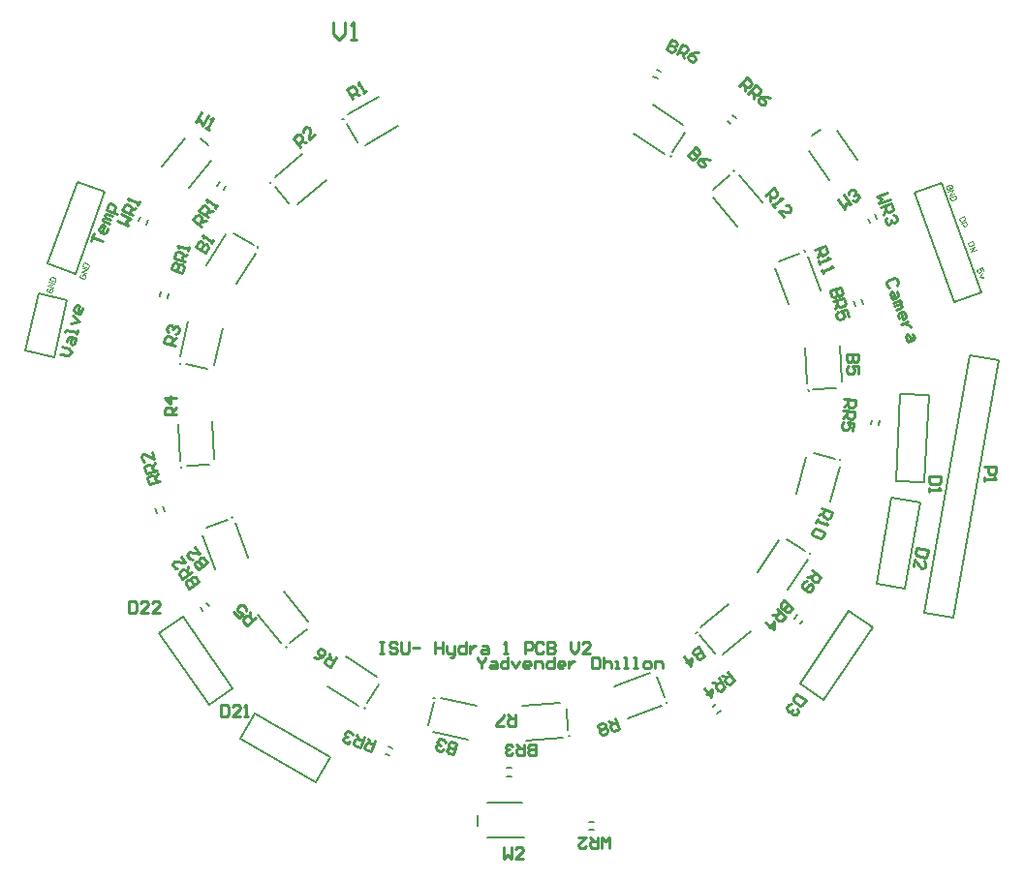
<source format=gto>
G04 Layer_Color=65535*
%FSLAX44Y44*%
%MOMM*%
G71*
G01*
G75*
%ADD10C,0.2540*%
%ADD75C,0.2000*%
%ADD76C,0.1000*%
D10*
X-154325Y337148D02*
Y326991D01*
X-149247Y321913D01*
X-144168Y326991D01*
Y337148D01*
X-139090Y321913D02*
X-134012D01*
X-136551D01*
Y337148D01*
X-139090Y334609D01*
X-274888Y141040D02*
X-266411Y135743D01*
X-263762Y139982D01*
X-264292Y142278D01*
X-265705Y143161D01*
X-268001Y142631D01*
X-270649Y138392D01*
X-268001Y142631D01*
X-268531Y144926D01*
X-269944Y145809D01*
X-272239Y145279D01*
X-274888Y141040D01*
X-261113Y144221D02*
X-259347Y147047D01*
X-260230Y145634D01*
X-268708Y150931D01*
X-268178Y148635D01*
X-272397Y-141126D02*
X-264629Y-134835D01*
X-267774Y-130950D01*
X-270117Y-130704D01*
X-271412Y-131753D01*
X-271659Y-134096D01*
X-268513Y-137980D01*
X-271659Y-134096D01*
X-274002Y-133850D01*
X-275297Y-134898D01*
X-275543Y-137242D01*
X-272397Y-141126D01*
X-275114Y-121887D02*
X-270920Y-127066D01*
X-280293Y-126081D01*
X-281588Y-127129D01*
X-281834Y-129473D01*
X-279737Y-132062D01*
X-277394Y-132309D01*
X-49048Y-302999D02*
X-46461Y-293343D01*
X-51289Y-292049D01*
X-53330Y-293227D01*
X-53761Y-294837D01*
X-52583Y-296877D01*
X-47755Y-298171D01*
X-52583Y-296877D01*
X-54623Y-298055D01*
X-55054Y-299665D01*
X-53876Y-301705D01*
X-49048Y-302999D01*
X-58273Y-298802D02*
X-60314Y-299981D01*
X-63533Y-299118D01*
X-64711Y-297078D01*
X-64279Y-295468D01*
X-62239Y-294290D01*
X-60630Y-294721D01*
X-62239Y-294290D01*
X-63417Y-292249D01*
X-62986Y-290640D01*
X-60945Y-289462D01*
X-57726Y-290324D01*
X-56548Y-292365D01*
X170179Y-216787D02*
X164445Y-208599D01*
X160350Y-211465D01*
X159941Y-213786D01*
X160897Y-215151D01*
X163217Y-215560D01*
X167312Y-212693D01*
X163217Y-215560D01*
X162808Y-217880D01*
X163764Y-219245D01*
X166084Y-219654D01*
X170179Y-216787D01*
X152161Y-217199D02*
X157895Y-225388D01*
X159123Y-218427D01*
X153664Y-222250D01*
X304327Y46617D02*
X294331D01*
Y41619D01*
X295997Y39953D01*
X297663D01*
X299329Y41619D01*
Y46617D01*
Y41619D01*
X300995Y39953D01*
X302661D01*
X304327Y41619D01*
Y46617D01*
Y29956D02*
Y36621D01*
X299329D01*
X300995Y33288D01*
Y31622D01*
X299329Y29956D01*
X295997D01*
X294331Y31622D01*
Y34955D01*
X295997Y36621D01*
X162022Y228283D02*
X155596Y220625D01*
X159425Y217412D01*
X161772Y217617D01*
X162843Y218894D01*
X162638Y221241D01*
X158809Y224454D01*
X162638Y221241D01*
X164985Y221446D01*
X166056Y222723D01*
X165851Y225070D01*
X162022Y228283D01*
X174785Y217573D02*
X171161Y218439D01*
X166467Y218028D01*
X164325Y215476D01*
X164530Y213128D01*
X167083Y210986D01*
X169430Y211192D01*
X170501Y212468D01*
X170296Y214815D01*
X166467Y218028D01*
X-295934Y121123D02*
X-286278Y118536D01*
X-284984Y123364D01*
X-286162Y125405D01*
X-287772Y125836D01*
X-289812Y124658D01*
X-291106Y119830D01*
X-289812Y124658D01*
X-290991Y126698D01*
X-292600Y127130D01*
X-294641Y125951D01*
X-295934Y121123D01*
X-283691Y128192D02*
X-293347Y130779D01*
X-292053Y135608D01*
X-290012Y136786D01*
X-286794Y135923D01*
X-285616Y133883D01*
X-286909Y129055D01*
X-286047Y132273D02*
X-281966Y134630D01*
X-281103Y137848D02*
X-280241Y141067D01*
X-280672Y139458D01*
X-290328Y142045D01*
X-289150Y140004D01*
X-280331Y-157552D02*
X-272142Y-151818D01*
X-275009Y-147724D01*
X-277329Y-147314D01*
X-278694Y-148270D01*
X-279103Y-150590D01*
X-276236Y-154685D01*
X-279103Y-150590D01*
X-281424Y-150181D01*
X-282789Y-151137D01*
X-283198Y-153457D01*
X-280331Y-157552D01*
X-277876Y-143629D02*
X-286065Y-149363D01*
X-288932Y-145269D01*
X-288523Y-142948D01*
X-285793Y-141037D01*
X-283472Y-141446D01*
X-280606Y-145540D01*
X-282517Y-142811D02*
X-281698Y-138170D01*
X-287432Y-129981D02*
X-283610Y-135440D01*
X-292892Y-133804D01*
X-294256Y-134759D01*
X-294666Y-137080D01*
X-292754Y-139809D01*
X-290434Y-140218D01*
X22630Y-303840D02*
Y-293843D01*
X17632D01*
X15965Y-295509D01*
Y-297175D01*
X17632Y-298841D01*
X22630D01*
X17632D01*
X15965Y-300508D01*
Y-302174D01*
X17632Y-303840D01*
X22630D01*
X12633Y-293843D02*
Y-303840D01*
X7635D01*
X5969Y-302174D01*
Y-298841D01*
X7635Y-297175D01*
X12633D01*
X9301D02*
X5969Y-293843D01*
X2636Y-302174D02*
X970Y-303840D01*
X-2362D01*
X-4028Y-302174D01*
Y-300508D01*
X-2362Y-298841D01*
X-696D01*
X-2362D01*
X-4028Y-297175D01*
Y-295509D01*
X-2362Y-293843D01*
X970D01*
X2636Y-295509D01*
X247291Y-174449D02*
X239633Y-168023D01*
X236420Y-171852D01*
X236625Y-174199D01*
X237902Y-175270D01*
X240249Y-175065D01*
X243462Y-171236D01*
X240249Y-175065D01*
X240454Y-177412D01*
X241731Y-178483D01*
X244078Y-178278D01*
X247291Y-174449D01*
X233207Y-175681D02*
X240865Y-182107D01*
X237652Y-185936D01*
X235305Y-186141D01*
X232752Y-183999D01*
X232547Y-181652D01*
X235760Y-177823D01*
X233618Y-180376D02*
X228923Y-180786D01*
X223568Y-187168D02*
X231227Y-193594D01*
X230610Y-186552D01*
X226327Y-191657D01*
X289275Y105461D02*
X279619Y102874D01*
X280913Y98046D01*
X282953Y96868D01*
X284563Y97299D01*
X285741Y99340D01*
X284447Y104168D01*
X285741Y99340D01*
X287781Y98161D01*
X289391Y98593D01*
X290569Y100633D01*
X289275Y105461D01*
X282206Y93218D02*
X291863Y95805D01*
X293156Y90977D01*
X291978Y88937D01*
X288759Y88074D01*
X286719Y89252D01*
X285425Y94080D01*
X286287Y90862D02*
X283931Y86780D01*
X296175Y79712D02*
X294450Y86149D01*
X289622Y84855D01*
X292094Y82068D01*
X292525Y80458D01*
X291347Y78418D01*
X288128Y77555D01*
X286087Y78734D01*
X285225Y81952D01*
X286403Y83993D01*
X140981Y322535D02*
X136756Y313475D01*
X141286Y311363D01*
X143500Y312169D01*
X144204Y313678D01*
X143399Y315893D01*
X138868Y318005D01*
X143399Y315893D01*
X145613Y316699D01*
X146317Y318209D01*
X145511Y320423D01*
X140981Y322535D01*
X145816Y309250D02*
X150041Y318310D01*
X154571Y316198D01*
X155377Y313984D01*
X153969Y310964D01*
X151755Y310158D01*
X147224Y312270D01*
X150245Y310862D02*
X151856Y306434D01*
X165141Y311269D02*
X161417Y311167D01*
X156989Y309555D01*
X155581Y306535D01*
X156386Y304321D01*
X159406Y302913D01*
X161621Y303719D01*
X162325Y305229D01*
X161519Y307443D01*
X156989Y309555D01*
X338286Y107464D02*
X339282Y109599D01*
X338142Y112730D01*
X336006Y113726D01*
X329744Y111447D01*
X328748Y109311D01*
X329888Y106180D01*
X332023Y105184D01*
X338429Y102197D02*
X339569Y99066D01*
X338573Y96930D01*
X333876Y95220D01*
X332167Y99917D01*
X333163Y102053D01*
X335298Y101057D01*
X337008Y96360D01*
X335016Y92089D02*
X341279Y94369D01*
X341849Y92803D01*
X340853Y90667D01*
X336156Y88958D01*
X340853Y90667D01*
X342988Y89672D01*
X341993Y87536D01*
X337296Y85827D01*
X340145Y77998D02*
X339005Y81130D01*
X340001Y83265D01*
X343132Y84405D01*
X345268Y83409D01*
X346407Y80278D01*
X345412Y78142D01*
X343846Y77572D01*
X341567Y83835D01*
X348117Y75581D02*
X341854Y73301D01*
X344986Y74441D01*
X347121Y73445D01*
X349257Y72449D01*
X349827Y70884D01*
X352106Y64621D02*
X353246Y61490D01*
X352250Y59355D01*
X347553Y57645D01*
X345843Y62342D01*
X346839Y64477D01*
X348975Y63481D01*
X350684Y58785D01*
X365359Y-124149D02*
X355514Y-122413D01*
X354646Y-127336D01*
X355998Y-129266D01*
X362561Y-130423D01*
X364491Y-129072D01*
X365359Y-124149D01*
X352621Y-138822D02*
X353778Y-132258D01*
X359184Y-139979D01*
X360825Y-140268D01*
X362755Y-138917D01*
X363334Y-135635D01*
X361982Y-133705D01*
X-332708Y-169163D02*
Y-179160D01*
X-327710D01*
X-326044Y-177494D01*
Y-170829D01*
X-327710Y-169163D01*
X-332708D01*
X-316047Y-179160D02*
X-322711D01*
X-316047Y-172495D01*
Y-170829D01*
X-317713Y-169163D01*
X-321045D01*
X-322711Y-170829D01*
X-306050Y-179160D02*
X-312714D01*
X-306050Y-172495D01*
Y-170829D01*
X-307716Y-169163D01*
X-311048D01*
X-312714Y-170829D01*
X414884Y-50941D02*
X424880D01*
Y-55940D01*
X423214Y-57606D01*
X419882D01*
X418216Y-55940D01*
Y-50941D01*
X414884Y-60938D02*
Y-64270D01*
Y-62604D01*
X424880D01*
X423214Y-60938D01*
X-137129Y270290D02*
X-142127Y278948D01*
X-137799Y281447D01*
X-135523Y280837D01*
X-133857Y277951D01*
X-134466Y275675D01*
X-138795Y273176D01*
X-135909Y274842D02*
X-131357Y273622D01*
X-128471Y275288D02*
X-125586Y276954D01*
X-127029Y276122D01*
X-132027Y284779D01*
X-132637Y282503D01*
X-183078Y228348D02*
X-189504Y236006D01*
X-185675Y239219D01*
X-183328Y239014D01*
X-181186Y236461D01*
X-181391Y234114D01*
X-185220Y230901D01*
X-182667Y233043D02*
X-177973Y232632D01*
X-170315Y239058D02*
X-175420Y234774D01*
X-174599Y244163D01*
X-175670Y245439D01*
X-178017Y245645D01*
X-180569Y243503D01*
X-180775Y241155D01*
X-292781Y54552D02*
X-302522Y56801D01*
X-301397Y61671D01*
X-299399Y62920D01*
X-296152Y62170D01*
X-294903Y60172D01*
X-296028Y55302D01*
X-295278Y58548D02*
X-291282Y61046D01*
X-298649Y66167D02*
X-299898Y68165D01*
X-299148Y71412D01*
X-297150Y72660D01*
X-295527Y72285D01*
X-294278Y70287D01*
X-294653Y68664D01*
X-294278Y70287D01*
X-292280Y71536D01*
X-290657Y71161D01*
X-289408Y69163D01*
X-290157Y65916D01*
X-292156Y64667D01*
X-291681Y-5864D02*
X-301678D01*
Y-866D01*
X-300012Y800D01*
X-296679D01*
X-295013Y-866D01*
Y-5864D01*
Y-2532D02*
X-291681Y800D01*
Y9131D02*
X-301678D01*
X-296679Y4133D01*
Y10797D01*
X-222493Y-183079D02*
X-229562Y-190148D01*
X-233096Y-186613D01*
Y-184257D01*
X-230740Y-181901D01*
X-228384D01*
X-224849Y-185435D01*
X-227206Y-183079D02*
Y-178367D01*
X-241343D02*
X-236631Y-183079D01*
X-233096Y-179545D01*
X-236631Y-178367D01*
X-237809Y-177188D01*
Y-174832D01*
X-235452Y-172476D01*
X-233096D01*
X-230740Y-174832D01*
Y-177188D01*
X-152129Y-218088D02*
X-157127Y-226745D01*
X-161456Y-224246D01*
X-162066Y-221970D01*
X-160400Y-219084D01*
X-158124Y-218475D01*
X-153795Y-220974D01*
X-156681Y-219308D02*
X-157901Y-214756D01*
X-171556Y-218415D02*
X-167838Y-218638D01*
X-163286Y-217418D01*
X-161619Y-214533D01*
X-162229Y-212257D01*
X-165115Y-210590D01*
X-167391Y-211200D01*
X-168224Y-212643D01*
X-167614Y-214919D01*
X-163286Y-217418D01*
X4668Y-268181D02*
Y-278178D01*
X-330D01*
X-1997Y-276512D01*
Y-273179D01*
X-330Y-271513D01*
X4668D01*
X1336D02*
X-1997Y-268181D01*
X-5329Y-278178D02*
X-11993D01*
Y-276512D01*
X-5329Y-269847D01*
Y-268181D01*
X92058Y-271268D02*
X95477Y-280662D01*
X90780Y-282372D01*
X88645Y-281376D01*
X87505Y-278244D01*
X88501Y-276109D01*
X93198Y-274399D01*
X90066Y-275539D02*
X85795Y-273547D01*
X85513Y-282515D02*
X84518Y-284651D01*
X81386Y-285791D01*
X79251Y-284795D01*
X78681Y-283229D01*
X79677Y-281094D01*
X77541Y-280098D01*
X76971Y-278532D01*
X77967Y-276397D01*
X81098Y-275257D01*
X83234Y-276253D01*
X83804Y-277818D01*
X82808Y-279954D01*
X84944Y-280950D01*
X85513Y-282515D01*
X82808Y-279954D02*
X79677Y-281094D01*
X263630Y-142059D02*
X271819Y-147793D01*
X268952Y-151887D01*
X266632Y-152296D01*
X263902Y-150385D01*
X263493Y-148065D01*
X266360Y-143970D01*
X264448Y-146700D02*
X259807Y-147518D01*
X259261Y-151203D02*
X256940Y-151613D01*
X255029Y-154342D01*
X255438Y-156663D01*
X260898Y-160485D01*
X263218Y-160076D01*
X265129Y-157347D01*
X264720Y-155026D01*
X263355Y-154071D01*
X261035Y-154480D01*
X258168Y-158574D01*
X272129Y-87660D02*
X281523Y-91079D01*
X279813Y-95776D01*
X277678Y-96772D01*
X274547Y-95632D01*
X273551Y-93497D01*
X275260Y-88800D01*
X274121Y-91931D02*
X269850Y-93923D01*
X268710Y-97054D02*
X267570Y-100185D01*
X268140Y-98620D01*
X277534Y-102039D01*
X276538Y-99903D01*
X273689Y-107731D02*
X274685Y-109867D01*
X273545Y-112998D01*
X271409Y-113994D01*
X265147Y-111715D01*
X264151Y-109579D01*
X265291Y-106448D01*
X267426Y-105452D01*
X273689Y-107731D01*
X266414Y138287D02*
X275808Y141706D01*
X277518Y137009D01*
X276522Y134874D01*
X273390Y133734D01*
X271255Y134730D01*
X269545Y139427D01*
X270685Y136295D02*
X268693Y132024D01*
X269833Y128893D02*
X270973Y125762D01*
X270403Y127327D01*
X279797Y130747D01*
X277661Y131742D01*
X272682Y121065D02*
X273822Y117934D01*
X273252Y119499D01*
X282646Y122918D01*
X280511Y123914D01*
X222914Y185969D02*
X230572Y192395D01*
X233785Y188566D01*
X233580Y186218D01*
X231027Y184077D01*
X228680Y184282D01*
X225467Y188111D01*
X227609Y185558D02*
X227198Y180864D01*
X229340Y178311D02*
X231482Y175758D01*
X230411Y177035D01*
X238069Y183461D01*
X235721Y183666D01*
X238979Y166824D02*
X234695Y171929D01*
X244084Y171108D01*
X245360Y172179D01*
X245565Y174526D01*
X243424Y177079D01*
X241076Y177284D01*
X-269299Y158670D02*
X-277488Y164404D01*
X-274621Y168498D01*
X-272300Y168908D01*
X-269571Y166996D01*
X-269162Y164676D01*
X-272029Y160581D01*
X-270117Y163311D02*
X-265476Y164129D01*
X-263565Y166859D02*
X-271754Y172593D01*
X-268887Y176687D01*
X-266567Y177096D01*
X-263837Y175185D01*
X-263428Y172865D01*
X-266295Y168770D01*
X-264383Y171500D02*
X-259743Y172318D01*
X-257831Y175048D02*
X-255920Y177777D01*
X-256875Y176413D01*
X-265064Y182146D01*
X-264655Y179826D01*
X-305949Y-63922D02*
X-315605Y-66509D01*
X-316899Y-61681D01*
X-315721Y-59641D01*
X-312502Y-58778D01*
X-310461Y-59956D01*
X-309168Y-64784D01*
X-310030Y-61566D02*
X-307674Y-57485D01*
X-308536Y-54266D02*
X-318193Y-56853D01*
X-319486Y-52025D01*
X-318308Y-49985D01*
X-315089Y-49122D01*
X-313049Y-50300D01*
X-311755Y-55128D01*
X-312617Y-51910D02*
X-310261Y-47828D01*
X-312849Y-38172D02*
X-311124Y-44610D01*
X-319286Y-39897D01*
X-320895Y-40328D01*
X-322074Y-42369D01*
X-321211Y-45588D01*
X-319170Y-46766D01*
X-117979Y-291036D02*
X-121398Y-300430D01*
X-126095Y-298720D01*
X-127091Y-296585D01*
X-125951Y-293454D01*
X-123816Y-292458D01*
X-119119Y-294167D01*
X-122250Y-293028D02*
X-124242Y-288757D01*
X-127373Y-287617D02*
X-130792Y-297011D01*
X-135489Y-295301D01*
X-136485Y-293166D01*
X-135345Y-290034D01*
X-133210Y-289039D01*
X-128513Y-290748D01*
X-131644Y-289608D02*
X-133636Y-285338D01*
X-139616Y-292026D02*
X-141752Y-293022D01*
X-144883Y-291882D01*
X-145879Y-289747D01*
X-145309Y-288181D01*
X-143173Y-287185D01*
X-141608Y-287755D01*
X-143173Y-287185D01*
X-144169Y-285050D01*
X-143599Y-283484D01*
X-141464Y-282488D01*
X-138333Y-283628D01*
X-137337Y-285763D01*
X190474Y-230436D02*
X196208Y-238625D01*
X192113Y-241492D01*
X189793Y-241083D01*
X187882Y-238353D01*
X188291Y-236033D01*
X192385Y-233166D01*
X189656Y-235077D02*
X185015Y-234259D01*
X182285Y-236170D02*
X188019Y-244359D01*
X183925Y-247226D01*
X181604Y-246817D01*
X179693Y-244087D01*
X180102Y-241766D01*
X184196Y-238899D01*
X181467Y-240811D02*
X176826Y-239993D01*
X170002Y-244771D02*
X175736Y-252960D01*
X176963Y-245998D01*
X171504Y-249821D01*
X292094Y7749D02*
X302053Y6878D01*
X301617Y1898D01*
X299812Y384D01*
X296493Y674D01*
X294978Y2479D01*
X295414Y7459D01*
X295123Y4139D02*
X291513Y1110D01*
X291223Y-2210D02*
X301182Y-3081D01*
X300746Y-8060D01*
X298941Y-9575D01*
X295621Y-9284D01*
X294107Y-7480D01*
X294542Y-2500D01*
X294252Y-5820D02*
X290642Y-8849D01*
X299729Y-19679D02*
X300310Y-13040D01*
X295331Y-12604D01*
X296700Y-16069D01*
X296555Y-17729D01*
X294750Y-19243D01*
X291430Y-18953D01*
X289916Y-17148D01*
X290206Y-13828D01*
X292011Y-12314D01*
X200675Y281179D02*
X207101Y288837D01*
X210930Y285624D01*
X211135Y283277D01*
X208993Y280724D01*
X206646Y280519D01*
X202817Y283732D01*
X205370Y281590D02*
X205780Y276895D01*
X208333Y274753D02*
X214759Y282411D01*
X218588Y279198D01*
X218793Y276851D01*
X216651Y274298D01*
X214304Y274093D01*
X210475Y277306D01*
X213028Y275164D02*
X213438Y270469D01*
X227522Y271702D02*
X223899Y272567D01*
X219204Y272156D01*
X217062Y269604D01*
X217267Y267256D01*
X219820Y265114D01*
X222167Y265320D01*
X223238Y266596D01*
X223033Y268944D01*
X219204Y272156D01*
X-366102Y146165D02*
X-363823Y152428D01*
X-364962Y149296D01*
X-355568Y145877D01*
X-351579Y156837D02*
X-352719Y153706D01*
X-354855Y152710D01*
X-357986Y153849D01*
X-358982Y155985D01*
X-357842Y159116D01*
X-355706Y160112D01*
X-354141Y159542D01*
X-356420Y153280D01*
X-349870Y161534D02*
X-356132Y163813D01*
X-355563Y165379D01*
X-353427Y166375D01*
X-348730Y164665D01*
X-353427Y166375D01*
X-354423Y168510D01*
X-352287Y169506D01*
X-347590Y167796D01*
X-343319Y169788D02*
X-352713Y173207D01*
X-351004Y177904D01*
X-348868Y178900D01*
X-345737Y177760D01*
X-344741Y175625D01*
X-346451Y170928D01*
X-393148Y47375D02*
X-386654Y45875D01*
X-382658Y48373D01*
X-385155Y52369D01*
X-391648Y53868D01*
X-387277Y57989D02*
X-386528Y61236D01*
X-384529Y62484D01*
X-379659Y61360D01*
X-380784Y56490D01*
X-382782Y55241D01*
X-384030Y57239D01*
X-382906Y62110D01*
X-378910Y64607D02*
X-378160Y67854D01*
X-378535Y66230D01*
X-388275Y68479D01*
X-388650Y66856D01*
X-383529Y74223D02*
X-376286Y75971D01*
X-382030Y80717D01*
X-373662Y87335D02*
X-374412Y84088D01*
X-376410Y82839D01*
X-379657Y83589D01*
X-380906Y85587D01*
X-380156Y88834D01*
X-378158Y90083D01*
X-376535Y89708D01*
X-378034Y83214D01*
X-269656Y259088D02*
X-274654Y250431D01*
X-270102Y251651D01*
X-268882Y247099D01*
X-263884Y255756D01*
X-265996Y245433D02*
X-263111Y243766D01*
X-264554Y244599D01*
X-259555Y253257D01*
X-261831Y252647D01*
X-5179Y-383967D02*
Y-393964D01*
X-1847Y-390632D01*
X1486Y-393964D01*
Y-383967D01*
X11482Y-393964D02*
X4818D01*
X11482Y-387299D01*
Y-385633D01*
X9816Y-383967D01*
X6484D01*
X4818Y-385633D01*
X286606Y182553D02*
X292340Y174364D01*
X293158Y179005D01*
X297799Y178187D01*
X292065Y186376D01*
X295751Y186922D02*
X296160Y189242D01*
X298889Y191154D01*
X301210Y190745D01*
X302166Y189380D01*
X301756Y187059D01*
X300392Y186104D01*
X301756Y187059D01*
X304077Y186650D01*
X305033Y185285D01*
X304623Y182965D01*
X301894Y181054D01*
X299573Y181463D01*
X-343025Y163856D02*
X-333965Y159631D01*
X-335577Y164060D01*
X-331148Y165671D01*
X-340208Y169896D01*
X-329740Y168691D02*
X-338800Y172916D01*
X-336688Y177446D01*
X-334474Y178252D01*
X-331454Y176844D01*
X-330648Y174630D01*
X-332760Y170100D01*
X-331352Y173120D02*
X-326923Y174731D01*
X-325515Y177752D02*
X-324107Y180772D01*
X-324811Y179261D01*
X-333871Y183486D01*
X-333065Y181272D01*
X86606Y-385129D02*
Y-375132D01*
X83274Y-378464D01*
X79942Y-375132D01*
Y-385129D01*
X76609Y-375132D02*
Y-385129D01*
X71611D01*
X69945Y-383462D01*
Y-380130D01*
X71611Y-378464D01*
X76609D01*
X73277D02*
X69945Y-375132D01*
X59948D02*
X66612D01*
X59948Y-381796D01*
Y-383462D01*
X61614Y-385129D01*
X64946D01*
X66612Y-383462D01*
X329823Y188419D02*
X320429Y185000D01*
X324700Y183008D01*
X322708Y178737D01*
X332102Y182156D01*
X323848Y175606D02*
X333242Y179025D01*
X334951Y174328D01*
X333956Y172192D01*
X330824Y171053D01*
X328689Y172048D01*
X326979Y176745D01*
X328119Y173614D02*
X326127Y169343D01*
X335095Y169061D02*
X337231Y168065D01*
X338371Y164934D01*
X337375Y162799D01*
X335809Y162229D01*
X333674Y163225D01*
X333104Y164790D01*
X333674Y163225D01*
X332678Y161089D01*
X331112Y160519D01*
X328977Y161515D01*
X327837Y164646D01*
X328833Y166782D01*
X376553Y-59696D02*
X366556D01*
Y-64694D01*
X368222Y-66361D01*
X374887D01*
X376553Y-64694D01*
Y-59696D01*
X366556Y-69693D02*
Y-73025D01*
Y-71359D01*
X376553D01*
X374887Y-69693D01*
X258525Y-255400D02*
X250237Y-249810D01*
X247442Y-253954D01*
X247892Y-256267D01*
X253417Y-259994D01*
X255730Y-259544D01*
X258525Y-255400D01*
X251553Y-262756D02*
X252003Y-265069D01*
X250140Y-267832D01*
X247826Y-268281D01*
X246445Y-267350D01*
X245996Y-265037D01*
X246927Y-263655D01*
X245996Y-265037D01*
X243683Y-265486D01*
X242301Y-264555D01*
X241852Y-262241D01*
X243715Y-259479D01*
X246028Y-259029D01*
X-252419Y-259372D02*
Y-269369D01*
X-247421D01*
X-245755Y-267703D01*
Y-261038D01*
X-247421Y-259372D01*
X-252419D01*
X-235758Y-269369D02*
X-242422D01*
X-235758Y-262705D01*
Y-261038D01*
X-237424Y-259372D01*
X-240756D01*
X-242422Y-261038D01*
X-232425Y-269369D02*
X-229093D01*
X-230759D01*
Y-259372D01*
X-232425Y-261038D01*
X-28277Y-217718D02*
Y-219384D01*
X-24945Y-222717D01*
X-21613Y-219384D01*
Y-217718D01*
X-24945Y-222717D02*
Y-227715D01*
X-16614Y-221050D02*
X-13282D01*
X-11616Y-222717D01*
Y-227715D01*
X-16614D01*
X-18280Y-226049D01*
X-16614Y-224383D01*
X-11616D01*
X-1619Y-217718D02*
Y-227715D01*
X-6617D01*
X-8283Y-226049D01*
Y-222717D01*
X-6617Y-221050D01*
X-1619D01*
X1713D02*
X5046Y-227715D01*
X8378Y-221050D01*
X16709Y-227715D02*
X13376D01*
X11710Y-226049D01*
Y-222717D01*
X13376Y-221050D01*
X16709D01*
X18375Y-222717D01*
Y-224383D01*
X11710D01*
X21707Y-227715D02*
Y-221050D01*
X26705D01*
X28371Y-222717D01*
Y-227715D01*
X38368Y-217718D02*
Y-227715D01*
X33370D01*
X31704Y-226049D01*
Y-222717D01*
X33370Y-221050D01*
X38368D01*
X46699Y-227715D02*
X43367D01*
X41701Y-226049D01*
Y-222717D01*
X43367Y-221050D01*
X46699D01*
X48365Y-222717D01*
Y-224383D01*
X41701D01*
X51697Y-221050D02*
Y-227715D01*
Y-224383D01*
X53363Y-222717D01*
X55030Y-221050D01*
X56696D01*
X71691Y-217718D02*
Y-227715D01*
X76689D01*
X78355Y-226049D01*
Y-219384D01*
X76689Y-217718D01*
X71691D01*
X81688D02*
Y-227715D01*
Y-222717D01*
X83354Y-221050D01*
X86686D01*
X88352Y-222717D01*
Y-227715D01*
X91684D02*
X95017D01*
X93350D01*
Y-221050D01*
X91684D01*
X100015Y-227715D02*
X103347D01*
X101681D01*
Y-217718D01*
X100015D01*
X108346Y-227715D02*
X111678D01*
X110012D01*
Y-217718D01*
X108346D01*
X118342Y-227715D02*
X121675D01*
X123341Y-226049D01*
Y-222717D01*
X121675Y-221050D01*
X118342D01*
X116676Y-222717D01*
Y-226049D01*
X118342Y-227715D01*
X126673D02*
Y-221050D01*
X131671D01*
X133338Y-222717D01*
Y-227715D01*
X-113624Y-204422D02*
X-110292D01*
X-111958D01*
Y-214419D01*
X-113624D01*
X-110292D01*
X-98629Y-206088D02*
X-100295Y-204422D01*
X-103627D01*
X-105293Y-206088D01*
Y-207754D01*
X-103627Y-209421D01*
X-100295D01*
X-98629Y-211087D01*
Y-212753D01*
X-100295Y-214419D01*
X-103627D01*
X-105293Y-212753D01*
X-95297Y-204422D02*
Y-212753D01*
X-93630Y-214419D01*
X-90298D01*
X-88632Y-212753D01*
Y-204422D01*
X-85300Y-209421D02*
X-78635D01*
X-65306Y-204422D02*
Y-214419D01*
Y-209421D01*
X-58642D01*
Y-204422D01*
Y-214419D01*
X-55310Y-207754D02*
Y-212753D01*
X-53643Y-214419D01*
X-48645D01*
Y-216085D01*
X-50311Y-217751D01*
X-51977D01*
X-48645Y-214419D02*
Y-207754D01*
X-38648Y-204422D02*
Y-214419D01*
X-43646D01*
X-45313Y-212753D01*
Y-209421D01*
X-43646Y-207754D01*
X-38648D01*
X-35316D02*
Y-214419D01*
Y-211087D01*
X-33650Y-209421D01*
X-31984Y-207754D01*
X-30317D01*
X-23653D02*
X-20321D01*
X-18655Y-209421D01*
Y-214419D01*
X-23653D01*
X-25319Y-212753D01*
X-23653Y-211087D01*
X-18655D01*
X-5326Y-214419D02*
X-1993D01*
X-3659D01*
Y-204422D01*
X-5326Y-206088D01*
X13002Y-214419D02*
Y-204422D01*
X18000D01*
X19666Y-206088D01*
Y-209421D01*
X18000Y-211087D01*
X13002D01*
X29663Y-206088D02*
X27997Y-204422D01*
X24665D01*
X22999Y-206088D01*
Y-212753D01*
X24665Y-214419D01*
X27997D01*
X29663Y-212753D01*
X32995Y-204422D02*
Y-214419D01*
X37994D01*
X39660Y-212753D01*
Y-211087D01*
X37994Y-209421D01*
X32995D01*
X37994D01*
X39660Y-207754D01*
Y-206088D01*
X37994Y-204422D01*
X32995D01*
X52989D02*
Y-211087D01*
X56321Y-214419D01*
X59654Y-211087D01*
Y-204422D01*
X69650Y-214419D02*
X62986D01*
X69650Y-207754D01*
Y-206088D01*
X67984Y-204422D01*
X64652D01*
X62986Y-206088D01*
D75*
X-262939Y-259513D02*
X-242132Y-244944D01*
X-306645Y-197093D02*
X-262939Y-259513D01*
X-306645Y-197093D02*
X-285839Y-182524D01*
X-242132Y-244944D01*
X-169720Y-327350D02*
X-157020Y-305352D01*
X-235712Y-289250D02*
X-169720Y-327350D01*
X-235712Y-289250D02*
X-223012Y-267252D01*
X-157020Y-305352D01*
X-146535Y252427D02*
X-145435Y253062D01*
X-126431Y230306D02*
X-97835Y246816D01*
X-141671Y256702D02*
X-114174Y272577D01*
X-142895Y248663D02*
X-133370Y232165D01*
X-209513Y196847D02*
X-208540Y197663D01*
X-185873Y178552D02*
X-160578Y199777D01*
X-205465Y201901D02*
X-181143Y222310D01*
X-205275Y193772D02*
X-193030Y179179D01*
X-220794Y140408D02*
X-220121Y141485D01*
X-239234Y108502D02*
X-222409Y135427D01*
X-241257Y153195D02*
X-224025Y142427D01*
X-265082Y124654D02*
X-248257Y151579D01*
X-288542Y38478D02*
X-288256Y39716D01*
X-258652Y38095D02*
X-251224Y70268D01*
X-288351Y44951D02*
X-281208Y75887D01*
X-283306Y38573D02*
X-264744Y34288D01*
X-287027Y-50858D02*
X-286960Y-52127D01*
X-259851Y-11282D02*
X-258123Y-44257D01*
X-290223Y-14145D02*
X-288561Y-45852D01*
X-281954Y-50593D02*
X-262930Y-49596D01*
X-243094Y-95154D02*
X-242659Y-96348D01*
X-239728Y-100687D02*
X-228869Y-130522D01*
X-265334Y-104601D02*
X-246239Y-97651D01*
X-268370Y-111112D02*
X-257511Y-140947D01*
X-196187Y-208619D02*
X-195387Y-209606D01*
X-197463Y-160628D02*
X-176683Y-186289D01*
X-220352Y-180796D02*
X-200371Y-205471D01*
X-192239Y-205422D02*
X-177434Y-193434D01*
X-127572Y-262098D02*
X-126507Y-262790D01*
X-143617Y-216850D02*
X-115924Y-234834D01*
X-159152Y-243104D02*
X-132524Y-260397D01*
X-124805Y-257838D02*
X-114430Y-241861D01*
X-66842Y-253318D02*
X-65604Y-253604D01*
X-60369Y-253509D02*
X-29432Y-260652D01*
X-71032Y-277116D02*
X-66461Y-257316D01*
X-67225Y-283208D02*
X-36289Y-290350D01*
X51084Y-286724D02*
X52351Y-286636D01*
X11040Y-260243D02*
X43979Y-257940D01*
X14433Y-290560D02*
X46105Y-288346D01*
X49401Y-262653D02*
X50730Y-281657D01*
X136932Y-257621D02*
X138126Y-257186D01*
X91140Y-243203D02*
X122168Y-231910D01*
X102758Y-271411D02*
X132593Y-260552D01*
X128679Y-234946D02*
X135195Y-252847D01*
X162615Y-196837D02*
X163588Y-196021D01*
X166663Y-191782D02*
X190985Y-171374D01*
X166037Y-198939D02*
X179098Y-214505D01*
X186255Y-215132D02*
X210577Y-194723D01*
X262098Y-127572D02*
X262790Y-126507D01*
X216850Y-143617D02*
X234834Y-115924D01*
X243104Y-159152D02*
X260397Y-132524D01*
X241861Y-114430D02*
X257838Y-124805D01*
X288697Y-45658D02*
X289026Y-44432D01*
X250621Y-74900D02*
X259168Y-43005D01*
X280392Y-81562D02*
X288609Y-50894D01*
X265389Y-39413D02*
X283790Y-44344D01*
X260853Y16422D02*
X260920Y15153D01*
X257657Y53134D02*
X259319Y21428D01*
X264658Y16621D02*
X284950Y17684D01*
X288096Y54730D02*
X289757Y23023D01*
X257186Y138126D02*
X257621Y136932D01*
X231910Y122168D02*
X243203Y91140D01*
X260552Y132593D02*
X271411Y102758D01*
X234946Y128679D02*
X252847Y135195D01*
X195140Y207762D02*
X195973Y206803D01*
X177260Y183806D02*
X198923Y158885D01*
X200264Y203803D02*
X221094Y179841D01*
X177762Y190973D02*
X192139Y203471D01*
X140048Y220682D02*
X141113Y219990D01*
X108468Y239676D02*
X135096Y222383D01*
X142123Y223877D02*
X153190Y240919D01*
X125069Y265238D02*
X151696Y247946D01*
X322646Y-14954D02*
X322995Y-10970D01*
X315673Y-14344D02*
X316022Y-10359D01*
X-255984Y194710D02*
X-253690Y197987D01*
X-250250Y190695D02*
X-247956Y193972D01*
X-306082Y97871D02*
X-305047Y101735D01*
X-299321Y96059D02*
X-298286Y99923D01*
X-309774Y-87899D02*
X-308739Y-91763D01*
X-303013Y-86087D02*
X-301978Y-89951D01*
X-270664Y-174206D02*
X-268370Y-177483D01*
X-264930Y-170191D02*
X-262636Y-173468D01*
X-108670Y-302426D02*
X-104912Y-303794D01*
X-106276Y-295848D02*
X-102517Y-297216D01*
X-19481Y-344599D02*
X10999D01*
X-19481Y-375079D02*
X12269D01*
X-28371Y-364919D02*
Y-356029D01*
X-2838Y-321780D02*
X1162D01*
X-2838Y-314780D02*
X1162D01*
X181169Y-266839D02*
X184446Y-264545D01*
X177154Y-261105D02*
X180431Y-258811D01*
X253739Y-188726D02*
X256310Y-185662D01*
X248376Y-184226D02*
X250947Y-181162D01*
X307438Y95121D02*
X308473Y91257D01*
X300677Y93309D02*
X301712Y89445D01*
X194410Y256231D02*
X197474Y253659D01*
X189911Y250868D02*
X192975Y248297D01*
X128308Y295973D02*
X131933Y294283D01*
X125349Y289629D02*
X128974Y287939D01*
X69183Y-368982D02*
X73183D01*
X69183Y-361982D02*
X73183D01*
X388029Y92693D02*
X411897Y101380D01*
X353280Y188166D02*
X388029Y92693D01*
X377148Y196853D02*
X411897Y101380D01*
X353280Y188166D02*
X377148Y196853D01*
X387221Y-183583D02*
X426917Y41544D01*
X401903Y45955D02*
X426917Y41544D01*
X362207Y-179172D02*
X401903Y45955D01*
X362207Y-179172D02*
X387221Y-183583D01*
X-403825Y126384D02*
X-379957Y117697D01*
X-403825Y126384D02*
X-377763Y197989D01*
X-353895Y189302D01*
X-379957Y117697D02*
X-353895Y189302D01*
X-423312Y50580D02*
X-411885Y100078D01*
X-423312Y50580D02*
X-398563Y44867D01*
X-387136Y94365D01*
X-411885Y100078D02*
X-387136Y94365D01*
X333569Y-78316D02*
X358583Y-82727D01*
X345351Y-157769D02*
X358583Y-82727D01*
X320337Y-153359D02*
X345351Y-157769D01*
X320337Y-153359D02*
X333569Y-78316D01*
X341132Y12507D02*
X366497Y11178D01*
X362509Y-64918D02*
X366497Y11178D01*
X337144Y-63588D02*
X362509Y-64918D01*
X337144Y-63588D02*
X341132Y12507D01*
X285914Y242495D02*
X303397Y217527D01*
X260946Y225012D02*
X279158Y199004D01*
X264170Y238122D02*
X271452Y243221D01*
X-280359Y192685D02*
X-260767Y216034D01*
X-304524Y211304D02*
X-284116Y235626D01*
X-270618Y235905D02*
X-263808Y230191D01*
X-324276Y163743D02*
X-322586Y167369D01*
X-317932Y160785D02*
X-316242Y164410D01*
X312777Y165913D02*
X314777Y162449D01*
X318839Y169413D02*
X320839Y165949D01*
X253309Y-240677D02*
X274367Y-254881D01*
X253309Y-240677D02*
X295920Y-177504D01*
X316978Y-191708D01*
X274367Y-254881D02*
X316978Y-191708D01*
D76*
X404760Y146046D02*
X400063Y144336D01*
X400918Y141987D01*
X401986Y141490D01*
X405117Y142629D01*
X405615Y143697D01*
X404760Y146046D01*
X401773Y139639D02*
X406469Y141349D01*
X402912Y136508D01*
X407609Y138217D01*
X396851Y167661D02*
X392154Y165952D01*
X393009Y163603D01*
X394077Y163106D01*
X397208Y164245D01*
X397706Y165313D01*
X396851Y167661D01*
X393864Y161255D02*
X398560Y162965D01*
X399415Y160616D01*
X398917Y159548D01*
X397352Y158979D01*
X396284Y159476D01*
X395429Y161825D01*
X413809Y119890D02*
X412669Y123021D01*
X410321Y122167D01*
X411673Y120886D01*
X411958Y120103D01*
X411460Y119036D01*
X409895Y118466D01*
X408827Y118963D01*
X408257Y120529D01*
X408755Y121597D01*
X412813Y117755D02*
X410251Y115049D01*
X413953Y114623D01*
X413633Y119539D02*
X412493Y122670D01*
X410145Y121816D01*
X411497Y120535D01*
X411782Y119752D01*
X411284Y118685D01*
X409719Y118115D01*
X408651Y118612D01*
X408081Y120178D01*
X408579Y121246D01*
X412637Y117404D02*
X410075Y114698D01*
X413777Y114272D01*
X386135Y192190D02*
X386633Y193258D01*
X386063Y194824D01*
X384995Y195322D01*
X381864Y194182D01*
X381366Y193114D01*
X381936Y191549D01*
X383004Y191051D01*
X384569Y191621D01*
X383999Y193186D01*
X382790Y189200D02*
X387487Y190910D01*
X383930Y186069D01*
X388627Y187778D01*
X389197Y186213D02*
X384500Y184503D01*
X385355Y182155D01*
X386423Y181657D01*
X389554Y182796D01*
X390052Y183864D01*
X389197Y186213D01*
X-403372Y105245D02*
X-404392Y104656D01*
X-404823Y103046D01*
X-404234Y102026D01*
X-401016Y101164D01*
X-399995Y101753D01*
X-399564Y103362D01*
X-400153Y104382D01*
X-401763Y104813D01*
X-402194Y103204D01*
X-398917Y105776D02*
X-403745Y107070D01*
X-398055Y108995D01*
X-402883Y110288D01*
X-402452Y111898D02*
X-397624Y110604D01*
X-396977Y113018D01*
X-397566Y114038D01*
X-400785Y114901D01*
X-401805Y114312D01*
X-402452Y111898D01*
X-374540Y117373D02*
X-375560Y116784D01*
X-375992Y115174D01*
X-375402Y114154D01*
X-372184Y113292D01*
X-371163Y113881D01*
X-370732Y115490D01*
X-371321Y116510D01*
X-372931Y116941D01*
X-373362Y115332D01*
X-370085Y117904D02*
X-374913Y119198D01*
X-369223Y121123D01*
X-374051Y122416D01*
X-373620Y124026D02*
X-368792Y122732D01*
X-368145Y125146D01*
X-368734Y126166D01*
X-371953Y127029D01*
X-372973Y126440D01*
X-373620Y124026D01*
M02*

</source>
